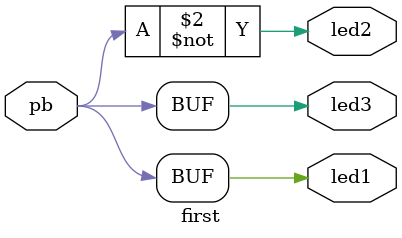
<source format=v>
module first(led1,led2,led3,pb);
output led1;
output led2;
output led3;
input pb;

reg led1,led2,led3;
wire pb;
always @(pb)
begin 
led1=pb;
led2=~pb;
led3=pb;
end
endmodule

</source>
